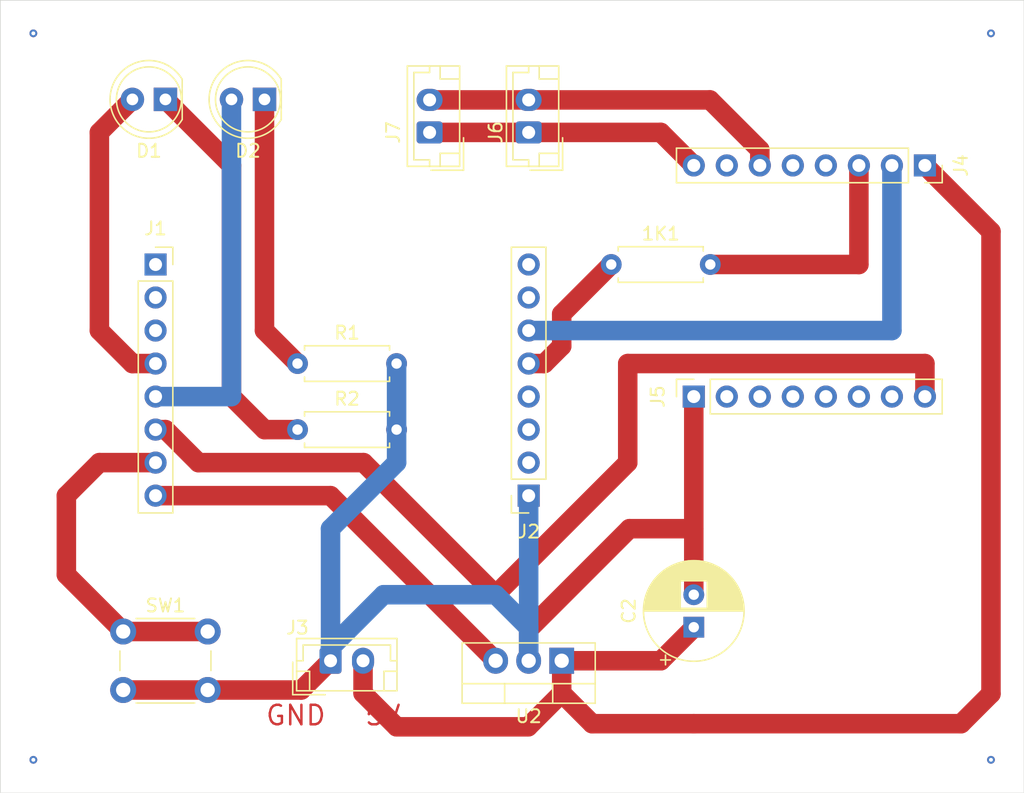
<source format=kicad_pcb>
(kicad_pcb (version 20240108) (generator "pcbnew") (generator_version "8.0")
  (layers (0 "F.Cu" signal) (31 "B.Cu" signal) (34 "B.Paste" user) (35 "F.Paste" user) (36 "B.SilkS" user "B.Silkscreen") (37 "F.SilkS" user "F.Silkscreen") (38 "B.Mask" user) (39 "F.Mask" user) (44 "Edge.Cuts" user))
  (net 0 "")
  (net 1 "RX")
  (net 2 "Net-(J2-Pin_5)")
  (net 3 "5V")
  (net 4 "GND")
  (net 5 "Net-(D1-K)")
  (net 6 "Net-(D1-A)")
  (net 7 "Net-(D2-K)")
  (net 8 "Net-(D2-A)")
  (net 9 "3.3V")
  (net 13 "RESET")
  (net 14 "BUSY")
  (net 18 "TX")
  (net 22 "Net-(J4-Pin_6)")
  (net 23 "Net-(J4-Pin_8)")
  (footprint "Connector_JST:JST_EH_B2B-EH-A_1x02_P2.50mm_Vertical" (layer "F.Cu") (at 147.32 81.28 90)
    (property "Reference" "J7" (at 0 -2.8 90) (layer "F.SilkS"))
    (property "Value" "Conn_01x02_Socket")
    (fp_line (start 5.11 -1.71) (end -2.61 -1.71) (stroke (width 0.12)) (layer "F.SilkS"))
    (fp_line (start -2.61 -1.71) (end -2.61 2.31) (stroke (width 0.12)) (layer "F.SilkS"))
    (fp_line (start 4.61 -1.21) (end 4.61 0) (stroke (width 0.12)) (layer "F.SilkS"))
    (fp_line (start -2.11 -1.21) (end 4.61 -1.21) (stroke (width 0.12)) (layer "F.SilkS"))
    (fp_line (start 4.61 0) (end 5.11 0) (stroke (width 0.12)) (layer "F.SilkS"))
    (fp_line (start -2.11 0) (end -2.11 -1.21) (stroke (width 0.12)) (layer "F.SilkS"))
    (fp_line (start -2.61 0) (end -2.11 0) (stroke (width 0.12)) (layer "F.SilkS"))
    (fp_line (start -2.91 0.11) (end -2.91 2.61) (stroke (width 0.12)) (layer "F.SilkS"))
    (fp_line (start 5.11 0.81) (end 4.11 0.81) (stroke (width 0.12)) (layer "F.SilkS"))
    (fp_line (start 4.11 0.81) (end 4.11 2.31) (stroke (width 0.12)) (layer "F.SilkS"))
    (fp_line (start -1.61 0.81) (end -1.61 2.31) (stroke (width 0.12)) (layer "F.SilkS"))
    (fp_line (start -2.61 0.81) (end -1.61 0.81) (stroke (width 0.12)) (layer "F.SilkS"))
    (fp_line (start 5.11 2.31) (end 5.11 -1.71) (stroke (width 0.12)) (layer "F.SilkS"))
    (fp_line (start -2.61 2.31) (end 5.11 2.31) (stroke (width 0.12)) (layer "F.SilkS"))
    (fp_line (start -2.91 2.61) (end -0.41 2.61) (stroke (width 0.12)) (layer "F.SilkS"))
    (pad "1" thru_hole roundrect (at 0 0 90) (size 1.7 2) (drill 1) (layers "*.Cu" "*.Mask") (roundrect_rratio 0.147059) (net 23 "Net-(J4-Pin_8)"))
    (pad "2" thru_hole oval (at 2.5 0 90) (size 1.7 2) (drill 1) (layers "*.Cu" "*.Mask") (net 22 "Net-(J4-Pin_6)"))
  )
  (footprint "Package_TO_SOT_THT:TO-220-3_Vertical" (layer "F.Cu") (at 157.48 121.92 180)
    (property "Reference" "U2" (at 2.54 -4.27 0) (layer "F.SilkS"))
    (property "Value" "LF15_TO220")
    (fp_line (start 7.66 -3.27) (end 7.66 1.371) (stroke (width 0.12)) (layer "F.SilkS"))
    (fp_line (start 4.391 -3.27) (end 4.391 -1.76) (stroke (width 0.12)) (layer "F.SilkS"))
    (fp_line (start 0.69 -3.27) (end 0.69 -1.76) (stroke (width 0.12)) (layer "F.SilkS"))
    (fp_line (start -2.58 1.371) (end 7.66 1.371) (stroke (width 0.12)) (layer "F.SilkS"))
    (fp_line (start -2.58 -1.76) (end 7.66 -1.76) (stroke (width 0.12)) (layer "F.SilkS"))
    (fp_line (start -2.58 -3.27) (end 7.66 -3.27) (stroke (width 0.12)) (layer "F.SilkS"))
    (fp_line (start -2.58 -3.27) (end -2.58 1.371) (stroke (width 0.12)) (layer "F.SilkS"))
    (pad "1" thru_hole rect (at 0 0 180) (size 1.905 2) (drill 1.1) (layers "*.Cu" "*.Mask") (net 3 "5V"))
    (pad "2" thru_hole oval (at 2.54 0 180) (size 1.905 2) (drill 1.1) (layers "*.Cu" "*.Mask") (net 4 "GND"))
    (pad "3" thru_hole oval (at 5.08 0 180) (size 1.905 2) (drill 1.1) (layers "*.Cu" "*.Mask") (net 9 "3.3V"))
  )
  (footprint "Connector_PinSocket_2.54mm:PinSocket_1x08_P2.54mm_Vertical" (layer "F.Cu") (at 167.64 101.6 90)
    (property "Reference" "J5" (at 0 -2.77 90) (layer "F.SilkS"))
    (property "Value" "player-right")
    (fp_line (start 1.33 -1.33) (end 1.33 0) (stroke (width 0.12)) (layer "F.SilkS"))
    (fp_line (start 0 -1.33) (end 1.33 -1.33) (stroke (width 0.12)) (layer "F.SilkS"))
    (fp_line (start 1.33 1.27) (end 1.33 19.11) (stroke (width 0.12)) (layer "F.SilkS"))
    (fp_line (start -1.33 1.27) (end 1.33 1.27) (stroke (width 0.12)) (layer "F.SilkS"))
    (fp_line (start -1.33 1.27) (end -1.33 19.11) (stroke (width 0.12)) (layer "F.SilkS"))
    (fp_line (start -1.33 19.11) (end 1.33 19.11) (stroke (width 0.12)) (layer "F.SilkS"))
    (pad "1" thru_hole rect (at 0 0 90) (size 1.7 1.7) (drill 1) (layers "*.Cu" "*.Mask") (net 4 "GND"))
    (pad "2" thru_hole oval (at 0 2.54 90) (size 1.7 1.7) (drill 1) (layers "*.Cu" "*.Mask"))
    (pad "3" thru_hole oval (at 0 5.08 90) (size 1.7 1.7) (drill 1) (layers "*.Cu" "*.Mask"))
    (pad "4" thru_hole oval (at 0 7.62 90) (size 1.7 1.7) (drill 1) (layers "*.Cu" "*.Mask"))
    (pad "5" thru_hole oval (at 0 10.16 90) (size 1.7 1.7) (drill 1) (layers "*.Cu" "*.Mask"))
    (pad "6" thru_hole oval (at 0 12.7 90) (size 1.7 1.7) (drill 1) (layers "*.Cu" "*.Mask"))
    (pad "7" thru_hole oval (at 0 15.24 90) (size 1.7 1.7) (drill 1) (layers "*.Cu" "*.Mask"))
    (pad "8" thru_hole oval (at 0 17.78 90) (size 1.7 1.7) (drill 1) (layers "*.Cu" "*.Mask") (net 14 "BUSY"))
  )
  (footprint "Capacitor_THT:CP_Radial_D7.5mm_P2.50mm" (layer "F.Cu") (at 167.64 119.34 90)
    (property "Reference" "C2" (at 1.25 -5 90) (layer "F.SilkS"))
    (property "Value" "C_Polarized_Small")
    (fp_line (start 1.33 -3.83) (end 1.33 3.83) (stroke (width 0.12)) (layer "F.SilkS"))
    (fp_line (start 1.29 -3.83) (end 1.29 3.83) (stroke (width 0.12)) (layer "F.SilkS"))
    (fp_line (start 1.25 -3.83) (end 1.25 3.83) (stroke (width 0.12)) (layer "F.SilkS"))
    (fp_line (start 1.37 -3.829) (end 1.37 3.829) (stroke (width 0.12)) (layer "F.SilkS"))
    (fp_line (start 1.41 -3.827) (end 1.41 3.827) (stroke (width 0.12)) (layer "F.SilkS"))
    (fp_line (start 1.45 -3.825) (end 1.45 3.825) (stroke (width 0.12)) (layer "F.SilkS"))
    (fp_line (start 1.49 -3.823) (end 1.49 -1.04) (stroke (width 0.12)) (layer "F.SilkS"))
    (fp_line (start 1.53 -3.82) (end 1.53 -1.04) (stroke (width 0.12)) (layer "F.SilkS"))
    (fp_line (start 1.57 -3.817) (end 1.57 -1.04) (stroke (width 0.12)) (layer "F.SilkS"))
    (fp_line (start 1.61 -3.814) (end 1.61 -1.04) (stroke (width 0.12)) (layer "F.SilkS"))
    (fp_line (start 1.65 -3.81) (end 1.65 -1.04) (stroke (width 0.12)) (layer "F.SilkS"))
    (fp_line (start 1.69 -3.805) (end 1.69 -1.04) (stroke (width 0.12)) (layer "F.SilkS"))
    (fp_line (start 1.73 -3.801) (end 1.73 -1.04) (stroke (width 0.12)) (layer "F.SilkS"))
    (fp_line (start 1.77 -3.795) (end 1.77 -1.04) (stroke (width 0.12)) (layer "F.SilkS"))
    (fp_line (start 1.81 -3.79) (end 1.81 -1.04) (stroke (width 0.12)) (layer "F.SilkS"))
    (fp_line (start 1.85 -3.784) (end 1.85 -1.04) (stroke (width 0.12)) (layer "F.SilkS"))
    (fp_line (start 1.89 -3.777) (end 1.89 -1.04) (stroke (width 0.12)) (layer "F.SilkS"))
    (fp_line (start 1.93 -3.77) (end 1.93 -1.04) (stroke (width 0.12)) (layer "F.SilkS"))
    (fp_line (start 1.971 -3.763) (end 1.971 -1.04) (stroke (width 0.12)) (layer "F.SilkS"))
    (fp_line (start 2.011 -3.755) (end 2.011 -1.04) (stroke (width 0.12)) (layer "F.SilkS"))
    (fp_line (start 2.051 -3.747) (end 2.051 -1.04) (stroke (width 0.12)) (layer "F.SilkS"))
    (fp_line (start 2.091 -3.738) (end 2.091 -1.04) (stroke (width 0.12)) (layer "F.SilkS"))
    (fp_line (start 2.131 -3.729) (end 2.131 -1.04) (stroke (width 0.12)) (layer "F.SilkS"))
    (fp_line (start 2.171 -3.72) (end 2.171 -1.04) (stroke (width 0.12)) (layer "F.SilkS"))
    (fp_line (start 2.211 -3.71) (end 2.211 -1.04) (stroke (width 0.12)) (layer "F.SilkS"))
    (fp_line (start 2.251 -3.699) (end 2.251 -1.04) (stroke (width 0.12)) (layer "F.SilkS"))
    (fp_line (start 2.291 -3.688) (end 2.291 -1.04) (stroke (width 0.12)) (layer "F.SilkS"))
    (fp_line (start 2.331 -3.677) (end 2.331 -1.04) (stroke (width 0.12)) (layer "F.SilkS"))
    (fp_line (start 2.371 -3.665) (end 2.371 -1.04) (stroke (width 0.12)) (layer "F.SilkS"))
    (fp_line (start 2.411 -3.653) (end 2.411 -1.04) (stroke (width 0.12)) (layer "F.SilkS"))
    (fp_line (start 2.451 -3.64) (end 2.451 -1.04) (stroke (width 0.12)) (layer "F.SilkS"))
    (fp_line (start 2.491 -3.626) (end 2.491 -1.04) (stroke (width 0.12)) (layer "F.SilkS"))
    (fp_line (start 2.531 -3.613) (end 2.531 -1.04) (stroke (width 0.12)) (layer "F.SilkS"))
    (fp_line (start 2.571 -3.598) (end 2.571 -1.04) (stroke (width 0.12)) (layer "F.SilkS"))
    (fp_line (start 2.611 -3.584) (end 2.611 -1.04) (stroke (width 0.12)) (layer "F.SilkS"))
    (fp_line (start 2.651 -3.568) (end 2.651 -1.04) (stroke (width 0.12)) (layer "F.SilkS"))
    (fp_line (start 2.691 -3.553) (end 2.691 -1.04) (stroke (width 0.12)) (layer "F.SilkS"))
    (fp_line (start 2.731 -3.536) (end 2.731 -1.04) (stroke (width 0.12)) (layer "F.SilkS"))
    (fp_line (start 2.771 -3.52) (end 2.771 -1.04) (stroke (width 0.12)) (layer "F.SilkS"))
    (fp_line (start 2.811 -3.502) (end 2.811 -1.04) (stroke (width 0.12)) (layer "F.SilkS"))
    (fp_line (start 2.851 -3.484) (end 2.851 -1.04) (stroke (width 0.12)) (layer "F.SilkS"))
    (fp_line (start 2.891 -3.466) (end 2.891 -1.04) (stroke (width 0.12)) (layer "F.SilkS"))
    (fp_line (start 2.931 -3.447) (end 2.931 -1.04) (stroke (width 0.12)) (layer "F.SilkS"))
    (fp_line (start 2.971 -3.427) (end 2.971 -1.04) (stroke (width 0.12)) (layer "F.SilkS"))
    (fp_line (start 3.011 -3.407) (end 3.011 -1.04) (stroke (width 0.12)) (layer "F.SilkS"))
    (fp_line (start 3.051 -3.386) (end 3.051 -1.04) (stroke (width 0.12)) (layer "F.SilkS"))
    (fp_line (start 3.091 -3.365) (end 3.091 -1.04) (stroke (width 0.12)) (layer "F.SilkS"))
    (fp_line (start 3.131 -3.343) (end 3.131 -1.04) (stroke (width 0.12)) (layer "F.SilkS"))
    (fp_line (start 3.171 -3.321) (end 3.171 -1.04) (stroke (width 0.12)) (layer "F.SilkS"))
    (fp_line (start 3.211 -3.297) (end 3.211 -1.04) (stroke (width 0.12)) (layer "F.SilkS"))
    (fp_line (start 3.251 -3.274) (end 3.251 -1.04) (stroke (width 0.12)) (layer "F.SilkS"))
    (fp_line (start 3.291 -3.249) (end 3.291 -1.04) (stroke (width 0.12)) (layer "F.SilkS"))
    (fp_line (start 3.331 -3.224) (end 3.331 -1.04) (stroke (width 0.12)) (layer "F.SilkS"))
    (fp_line (start 3.371 -3.198) (end 3.371 -1.04) (stroke (width 0.12)) (layer "F.SilkS"))
    (fp_line (start 3.411 -3.172) (end 3.411 -1.04) (stroke (width 0.12)) (layer "F.SilkS"))
    (fp_line (start 3.451 -3.144) (end 3.451 -1.04) (stroke (width 0.12)) (layer "F.SilkS"))
    (fp_line (start 3.491 -3.116) (end 3.491 -1.04) (stroke (width 0.12)) (layer "F.SilkS"))
    (fp_line (start 3.531 -3.088) (end 3.531 -1.04) (stroke (width 0.12)) (layer "F.SilkS"))
    (fp_line (start 3.571 -3.058) (end 3.571 3.058) (stroke (width 0.12)) (layer "F.SilkS"))
    (fp_line (start 3.611 -3.028) (end 3.611 3.028) (stroke (width 0.12)) (layer "F.SilkS"))
    (fp_line (start 3.651 -2.996) (end 3.651 2.996) (stroke (width 0.12)) (layer "F.SilkS"))
    (fp_line (start 3.691 -2.964) (end 3.691 2.964) (stroke (width 0.12)) (layer "F.SilkS"))
    (fp_line (start 3.731 -2.931) (end 3.731 2.931) (stroke (width 0.12)) (layer "F.SilkS"))
    (fp_line (start 3.771 -2.898) (end 3.771 2.898) (stroke (width 0.12)) (layer "F.SilkS"))
    (fp_line (start 3.811 -2.863) (end 3.811 2.863) (stroke (width 0.12)) (layer "F.SilkS"))
    (fp_line (start 3.851 -2.827) (end 3.851 2.827) (stroke (width 0.12)) (layer "F.SilkS"))
    (fp_line (start 3.891 -2.79) (end 3.891 2.79) (stroke (width 0.12)) (layer "F.SilkS"))
    (fp_line (start 3.931 -2.752) (end 3.931 2.752) (stroke (width 0.12)) (layer "F.SilkS"))
    (fp_line (start 3.971 -2.713) (end 3.971 2.713) (stroke (width 0.12)) (layer "F.SilkS"))
    (fp_line (start 4.011 -2.673) (end 4.011 2.673) (stroke (width 0.12)) (layer "F.SilkS"))
    (fp_line (start 4.051 -2.632) (end 4.051 2.632) (stroke (width 0.12)) (layer "F.SilkS"))
    (fp_line (start 4.091 -2.589) (end 4.091 2.589) (stroke (width 0.12)) (layer "F.SilkS"))
    (fp_line (start -2.517211 -2.55) (end -2.517211 -1.8) (stroke (width 0.12)) (layer "F.SilkS"))
    (fp_line (start 4.131 -2.546) (end 4.131 2.546) (stroke (width 0.12)) (layer "F.SilkS"))
    (fp_line (start 4.171 -2.5) (end 4.171 2.5) (stroke (width 0.12)) (layer "F.SilkS"))
    (fp_line (start 4.211 -2.454) (end 4.211 2.454) (stroke (width 0.12)) (layer "F.SilkS"))
    (fp_line (start 4.251 -2.405) (end 4.251 2.405) (stroke (width 0.12)) (layer "F.SilkS"))
    (fp_line (start 4.291 -2.355) (end 4.291 2.355) (stroke (width 0.12)) (layer "F.SilkS"))
    (fp_line (start 4.331 -2.304) (end 4.331 2.304) (stroke (width 0.12)) (layer "F.SilkS"))
    (fp_line (start 4.371 -2.25) (end 4.371 2.25) (stroke (width 0.12)) (layer "F.SilkS"))
    (fp_line (start 4.411 -2.195) (end 4.411 2.195) (stroke (width 0.12)) (layer "F.SilkS"))
    (fp_line (start -2.892211 -2.175) (end -2.142211 -2.175) (stroke (width 0.12)) (layer "F.SilkS"))
    (fp_line (start 4.451 -2.137) (end 4.451 2.137) (stroke (width 0.12)) (layer "F.SilkS"))
    (fp_line (start 4.491 -2.077) (end 4.491 2.077) (stroke (width 0.12)) (layer "F.SilkS"))
    (fp_line (start 4.531 -2.014) (end 4.531 2.014) (stroke (width 0.12)) (layer "F.SilkS"))
    (fp_line (start 4.571 -1.949) (end 4.571 1.949) (stroke (width 0.12)) (layer "F.SilkS"))
    (fp_line (start 4.611 -1.881) (end 4.611 1.881) (stroke (width 0.12)) (layer "F.SilkS"))
    (fp_line (start 4.651 -1.809) (end 4.651 1.809) (stroke (width 0.12)) (layer "F.SilkS"))
    (fp_line (start 4.691 -1.733) (end 4.691 1.733) (stroke (width 0.12)) (layer "F.SilkS"))
    (fp_line (start 4.731 -1.654) (end 4.731 1.654) (stroke (width 0.12)) (layer "F.SilkS"))
    (fp_line (start 4.771 -1.569) (end 4.771 1.569) (stroke (width 0.12)) (layer "F.SilkS"))
    (fp_line (start 4.811 -1.478) (end 4.811 1.478) (stroke (width 0.12)) (layer "F.SilkS"))
    (fp_line (start 4.851 -1.381) (end 4.851 1.381) (stroke (width 0.12)) (layer "F.SilkS"))
    (fp_line (start 4.891 -1.275) (end 4.891 1.275) (stroke (width 0.12)) (layer "F.SilkS"))
    (fp_line (start 4.931 -1.158) (end 4.931 1.158) (stroke (width 0.12)) (layer "F.SilkS"))
    (fp_line (start 4.971 -1.028) (end 4.971 1.028) (stroke (width 0.12)) (layer "F.SilkS"))
    (fp_line (start 5.011 -0.877) (end 5.011 0.877) (stroke (width 0.12)) (layer "F.SilkS"))
    (fp_line (start 5.051 -0.693) (end 5.051 0.693) (stroke (width 0.12)) (layer "F.SilkS"))
    (fp_line (start 5.091 -0.441) (end 5.091 0.441) (stroke (width 0.12)) (layer "F.SilkS"))
    (fp_line (start 3.531 1.04) (end 3.531 3.088) (stroke (width 0.12)) (layer "F.SilkS"))
    (fp_line (start 3.491 1.04) (end 3.491 3.116) (stroke (width 0.12)) (layer "F.SilkS"))
    (fp_line (start 3.451 1.04) (end 3.451 3.144) (stroke (width 0.12)) (layer "F.SilkS"))
    (fp_line (start 3.411 1.04) (end 3.411 3.172) (stroke (width 0.12)) (layer "F.SilkS"))
    (fp_line (start 3.371 1.04) (end 3.371 3.198) (stroke (width 0.12)) (layer "F.SilkS"))
    (fp_line (start 3.331 1.04) (end 3.331 3.224) (stroke (width 0.12)) (layer "F.SilkS"))
    (fp_line (start 3.291 1.04) (end 3.291 3.249) (stroke (width 0.12)) (layer "F.SilkS"))
    (fp_line (start 3.251 1.04) (end 3.251 3.274) (stroke (width 0.12)) (layer "F.SilkS"))
    (fp_line (start 3.211 1.04) (end 3.211 3.297) (stroke (width 0.12)) (layer "F.SilkS"))
    (fp_line (start 3.171 1.04) (end 3.171 3.321) (stroke (width 0.12)) (layer "F.SilkS"))
    (fp_line (start 3.131 1.04) (end 3.131 3.343) (stroke (width 0.12)) (layer "F.SilkS"))
    (fp_line (start 3.091 1.04) (end 3.091 3.365) (stroke (width 0.12)) (layer "F.SilkS"))
    (fp_line (start 3.051 1.04) (end 3.051 3.386) (stroke (width 0.12)) (layer "F.SilkS"))
    (fp_line (start 3.011 1.04) (end 3.011 3.407) (stroke (width 0.12)) (layer "F.SilkS"))
    (fp_line (start 2.971 1.04) (end 2.971 3.427) (stroke (width 0.12)) (layer "F.SilkS"))
    (fp_line (start 2.931 1.04) (end 2.931 3.447) (stroke (width 0.12)) (layer "F.SilkS"))
    (fp_line (start 2.891 1.04) (end 2.891 3.466) (stroke (width 0.12)) (layer "F.SilkS"))
    (fp_line (start 2.851 1.04) (end 2.851 3.484) (stroke (width 0.12)) (layer "F.SilkS"))
    (fp_line (start 2.811 1.04) (end 2.811 3.502) (stroke (width 0.12)) (layer "F.SilkS"))
    (fp_line (start 2.771 1.04) (end 2.771 3.52) (stroke (width 0.12)) (layer "F.SilkS"))
    (fp_line (start 2.731 1.04) (end 2.731 3.536) (stroke (width 0.12)) (layer "F.SilkS"))
    (fp_line (start 2.691 1.04) (end 2.691 3.553) (stroke (width 0.12)) (layer "F.SilkS"))
    (fp_line (start 2.651 1.04) (end 2.651 3.568) (stroke (width 0.12)) (layer "F.SilkS"))
    (fp_line (start 2.611 1.04) (end 2.611 3.584) (stroke (width 0.12)) (layer "F.SilkS"))
    (fp_line (start 2.571 1.04) (end 2.571 3.598) (stroke (width 0.12)) (layer "F.SilkS"))
    (fp_line (start 2.531 1.04) (end 2.531 3.613) (stroke (width 0.12)) (layer "F.SilkS"))
    (fp_line (start 2.491 1.04) (end 2.491 3.626) (stroke (width 0.12)) (layer "F.SilkS"))
    (fp_line (start 2.451 1.04) (end 2.451 3.64) (stroke (width 0.12)) (layer "F.SilkS"))
    (fp_line (start 2.411 1.04) (end 2.411 3.653) (stroke (width 0.12)) (layer "F.SilkS"))
    (fp_line (start 2.371 1.04) (end 2.371 3.665) (stroke (width 0.12)) (layer "F.SilkS"))
    (fp_line (start 2.331 1.04) (end 2.331 3.677) (stroke (width 0.12)) (layer "F.SilkS"))
    (fp_line (start 2.291 1.04) (end 2.291 3.688) (stroke (width 0.12)) (layer "F.SilkS"))
    (fp_line (start 2.251 1.04) (end 2.251 3.699) (stroke (width 0.12)) (layer "F.SilkS"))
    (fp_line (start 2.211 1.04) (end 2.211 3.71) (stroke (width 0.12)) (layer "F.SilkS"))
    (fp_line (start 2.171 1.04) (end 2.171 3.72) (stroke (width 0.12)) (layer "F.SilkS"))
    (fp_line (start 2.131 1.04) (end 2.131 3.729) (stroke (width 0.12)) (layer "F.SilkS"))
    (fp_line (start 2.091 1.04) (end 2.091 3.738) (stroke (width 0.12)) (layer "F.SilkS"))
    (fp_line (start 2.051 1.04) (end 2.051 3.747) (stroke (width 0.12)) (layer "F.SilkS"))
    (fp_line (start 2.011 1.04) (end 2.011 3.755) (stroke (width 0.12)) (layer "F.SilkS"))
    (fp_line (start 1.971 1.04) (end 1.971 3.763) (stroke (width 0.12)) (layer "F.SilkS"))
    (fp_line (start 1.93 1.04) (end 1.93 3.77) (stroke (width 0.12)) (layer "F.SilkS"))
    (fp_line (start 1.89 1.04) (end 1.89 3.777) (stroke (width 0.12)) (layer "F.SilkS"))
    (fp_line (start 1.85 1.04) (end 1.85 3.784) (stroke (width 0.12)) (layer "F.SilkS"))
    (fp_line (start 1.81 1.04) (end 1.81 3.79) (stroke (width 0.12)) (layer "F.SilkS"))
    (fp_line (start 1.77 1.04) (end 1.77 3.795) (stroke (width 0.12)) (layer "F.SilkS"))
    (fp_line (start 1.73 1.04) (end 1.73 3.801) (stroke (width 0.12)) (layer "F.SilkS"))
    (fp_line (start 1.69 1.04) (end 1.69 3.805) (stroke (width 0.12)) (layer "F.SilkS"))
    (fp_line (start 1.65 1.04) (end 1.65 3.81) (stroke (width 0.12)) (layer "F.SilkS"))
    (fp_line (start 1.61 1.04) (end 1.61 3.814) (stroke (width 0.12)) (layer "F.SilkS"))
    (fp_line (start 1.57 1.04) (end 1.57 3.817) (stroke (width 0.12)) (layer "F.SilkS"))
    (fp_line (start 1.53 1.04) (end 1.53 3.82) (stroke (width 0.12)) (layer "F.SilkS"))
    (fp_line (start 1.49 1.04) (end 1.49 3.823) (stroke (width 0.12)) (layer "F.SilkS"))
    (fp_circle (center 1.25 0) (end 5.12 0) (stroke (width 0.12)) (fill none) (layer "F.SilkS"))
    (pad "1" thru_hole rect (at 0 0 90) (size 1.6 1.6) (drill 0.8) (layers "*.Cu" "*.Mask") (net 3 "5V"))
    (pad "2" thru_hole circle (at 2.5 0 90) (size 1.6 1.6) (drill 0.8) (layers "*.Cu" "*.Mask") (net 4 "GND"))
  )
  (footprint "Resistor_THT:R_Axial_DIN0207_L6.3mm_D2.5mm_P7.62mm_Horizontal" (layer "F.Cu") (at 137.16 99.06)
    (property "Reference" "R1" (at 3.81 -2.37 0) (layer "F.SilkS"))
    (property "Value" "R" (hide yes))
    (fp_line (start 0.54 -1.37) (end 7.08 -1.37) (stroke (width 0.12)) (layer "F.SilkS"))
    (fp_line (start 0.54 -1.04) (end 0.54 -1.37) (stroke (width 0.12)) (layer "F.SilkS"))
    (fp_line (start 0.54 1.04) (end 0.54 1.37) (stroke (width 0.12)) (layer "F.SilkS"))
    (fp_line (start 0.54 1.37) (end 7.08 1.37) (stroke (width 0.12)) (layer "F.SilkS"))
    (fp_line (start 7.08 -1.37) (end 7.08 -1.04) (stroke (width 0.12)) (layer "F.SilkS"))
    (fp_line (start 7.08 1.37) (end 7.08 1.04) (stroke (width 0.12)) (layer "F.SilkS"))
    (pad "1" thru_hole circle (at 0 0) (size 1.6 1.6) (drill 0.8) (layers "*.Cu" "*.Mask") (net 7 "Net-(D2-K)"))
    (pad "2" thru_hole oval (at 7.62 0) (size 1.6 1.6) (drill 0.8) (layers "*.Cu" "*.Mask") (net 4 "GND"))
  )
  (footprint "Connector_PinSocket_2.54mm:PinSocket_1x08_P2.54mm_Vertical" (layer "F.Cu") (at 185.42 83.82 -90)
    (property "Reference" "J4" (at 0 -2.77 90) (layer "F.SilkS"))
    (property "Value" "player-left")
    (fp_line (start -1.33 19.11) (end 1.33 19.11) (stroke (width 0.12)) (layer "F.SilkS"))
    (fp_line (start -1.33 1.27) (end -1.33 19.11) (stroke (width 0.12)) (layer "F.SilkS"))
    (fp_line (start -1.33 1.27) (end 1.33 1.27) (stroke (width 0.12)) (layer "F.SilkS"))
    (fp_line (start 1.33 1.27) (end 1.33 19.11) (stroke (width 0.12)) (layer "F.SilkS"))
    (fp_line (start 0 -1.33) (end 1.33 -1.33) (stroke (width 0.12)) (layer "F.SilkS"))
    (fp_line (start 1.33 -1.33) (end 1.33 0) (stroke (width 0.12)) (layer "F.SilkS"))
    (pad "1" thru_hole rect (at 0 0 270) (size 1.7 1.7) (drill 1) (layers "*.Cu" "*.Mask") (net 3 "5V"))
    (pad "2" thru_hole oval (at 0 2.54 270) (size 1.7 1.7) (drill 1) (layers "*.Cu" "*.Mask") (net 18 "TX"))
    (pad "3" thru_hole oval (at 0 5.08 270) (size 1.7 1.7) (drill 1) (layers "*.Cu" "*.Mask") (net 1 "RX"))
    (pad "4" thru_hole oval (at 0 7.62 270) (size 1.7 1.7) (drill 1) (layers "*.Cu" "*.Mask"))
    (pad "5" thru_hole oval (at 0 10.16 270) (size 1.7 1.7) (drill 1) (layers "*.Cu" "*.Mask"))
    (pad "6" thru_hole oval (at 0 12.7 270) (size 1.7 1.7) (drill 1) (layers "*.Cu" "*.Mask") (net 22 "Net-(J4-Pin_6)"))
    (pad "7" thru_hole oval (at 0 15.24 270) (size 1.7 1.7) (drill 1) (layers "*.Cu" "*.Mask"))
    (pad "8" thru_hole oval (at 0 17.78 270) (size 1.7 1.7) (drill 1) (layers "*.Cu" "*.Mask") (net 23 "Net-(J4-Pin_8)"))
  )
  (footprint "Resistor_THT:R_Axial_DIN0207_L6.3mm_D2.5mm_P7.62mm_Horizontal" (layer "F.Cu") (at 161.29 91.44)
    (property "Reference" "1K1" (at 3.81 -2.37 360) (layer "F.SilkS"))
    (property "Value" "R")
    (fp_line (start 0.54 -1.37) (end 7.08 -1.37) (stroke (width 0.12)) (layer "F.SilkS"))
    (fp_line (start 0.54 -1.04) (end 0.54 -1.37) (stroke (width 0.12)) (layer "F.SilkS"))
    (fp_line (start 0.54 1.04) (end 0.54 1.37) (stroke (width 0.12)) (layer "F.SilkS"))
    (fp_line (start 0.54 1.37) (end 7.08 1.37) (stroke (width 0.12)) (layer "F.SilkS"))
    (fp_line (start 7.08 -1.37) (end 7.08 -1.04) (stroke (width 0.12)) (layer "F.SilkS"))
    (fp_line (start 7.08 1.37) (end 7.08 1.04) (stroke (width 0.12)) (layer "F.SilkS"))
    (pad "1" thru_hole circle (at 0 0) (size 1.6 1.6) (drill 0.8) (layers "*.Cu" "*.Mask") (net 2 "Net-(J2-Pin_5)"))
    (pad "2" thru_hole oval (at 7.62 0) (size 1.6 1.6) (drill 0.8) (layers "*.Cu" "*.Mask") (net 1 "RX"))
  )
  (footprint "LED_THT:LED_D5.0mm" (layer "F.Cu") (at 127 78.74 180)
    (property "Reference" "D1" (at 1.27 -3.96 0) (layer "F.SilkS"))
    (property "Value" "LED")
    (fp_line (start -1.29 -1.545) (end -1.29 1.545) (stroke (width 0.12)) (layer "F.SilkS"))
    (fp_arc (start 4.26 0.000048) (mid 2.071756 2.880501) (end -1.29 1.54483) (stroke (width 0.12)) (layer "F.SilkS"))
    (fp_arc (start -1.29 -1.54483) (mid 2.071756 -2.880501) (end 4.26 -0.000048) (stroke (width 0.12)) (layer "F.SilkS"))
    (fp_circle (center 1.27 0) (end 3.77 0) (stroke (width 0.12)) (fill none) (layer "F.SilkS"))
    (pad "1" thru_hole rect (at 0 0 180) (size 1.8 1.8) (drill 0.9) (layers "*.Cu" "*.Mask") (net 5 "Net-(D1-K)"))
    (pad "2" thru_hole circle (at 2.54 0 180) (size 1.8 1.8) (drill 0.9) (layers "*.Cu" "*.Mask") (net 6 "Net-(D1-A)"))
  )
  (footprint "Connector_JST:JST_EH_B2B-EH-A_1x02_P2.50mm_Vertical" (layer "F.Cu") (at 154.94 81.28 90)
    (property "Reference" "J6" (at 0 -2.54 90) (layer "F.SilkS"))
    (property "Value" "Conn_01x02_Socket")
    (fp_line (start 5.11 -1.71) (end -2.61 -1.71) (stroke (width 0.12)) (layer "F.SilkS"))
    (fp_line (start -2.61 -1.71) (end -2.61 2.31) (stroke (width 0.12)) (layer "F.SilkS"))
    (fp_line (start 4.61 -1.21) (end 4.61 0) (stroke (width 0.12)) (layer "F.SilkS"))
    (fp_line (start -2.11 -1.21) (end 4.61 -1.21) (stroke (width 0.12)) (layer "F.SilkS"))
    (fp_line (start 4.61 0) (end 5.11 0) (stroke (width 0.12)) (layer "F.SilkS"))
    (fp_line (start -2.11 0) (end -2.11 -1.21) (stroke (width 0.12)) (layer "F.SilkS"))
    (fp_line (start -2.61 0) (end -2.11 0) (stroke (width 0.12)) (layer "F.SilkS"))
    (fp_line (start -2.91 0.11) (end -2.91 2.61) (stroke (width 0.12)) (layer "F.SilkS"))
    (fp_line (start 5.11 0.81) (end 4.11 0.81) (stroke (width 0.12)) (layer "F.SilkS"))
    (fp_line (start 4.11 0.81) (end 4.11 2.31) (stroke (width 0.12)) (layer "F.SilkS"))
    (fp_line (start -1.61 0.81) (end -1.61 2.31) (stroke (width 0.12)) (layer "F.SilkS"))
    (fp_line (start -2.61 0.81) (end -1.61 0.81) (stroke (width 0.12)) (layer "F.SilkS"))
    (fp_line (start 5.11 2.31) (end 5.11 -1.71) (stroke (width 0.12)) (layer "F.SilkS"))
    (fp_line (start -2.61 2.31) (end 5.11 2.31) (stroke (width 0.12)) (layer "F.SilkS"))
    (fp_line (start -2.91 2.61) (end -0.41 2.61) (stroke (width 0.12)) (layer "F.SilkS"))
    (pad "1" thru_hole roundrect (at 0 0 90) (size 1.7 2) (drill 1) (layers "*.Cu" "*.Mask") (roundrect_rratio 0.147059) (net 23 "Net-(J4-Pin_8)"))
    (pad "2" thru_hole oval (at 2.5 0 90) (size 1.7 2) (drill 1) (layers "*.Cu" "*.Mask") (net 22 "Net-(J4-Pin_6)"))
  )
  (footprint "Connector_PinSocket_2.54mm:PinSocket_1x08_P2.54mm_Vertical" (layer "F.Cu") (at 126.24 91.44)
    (property "Reference" "J1" (at 0 -2.77 0) (layer "F.SilkS"))
    (property "Value" "ESP8266-left")
    (fp_line (start -1.33 1.27) (end -1.33 19.11) (stroke (width 0.12)) (layer "F.SilkS"))
    (fp_line (start -1.33 1.27) (end 1.33 1.27) (stroke (width 0.12)) (layer "F.SilkS"))
    (fp_line (start -1.33 19.11) (end 1.33 19.11) (stroke (width 0.12)) (layer "F.SilkS"))
    (fp_line (start 0 -1.33) (end 1.33 -1.33) (stroke (width 0.12)) (layer "F.SilkS"))
    (fp_line (start 1.33 -1.33) (end 1.33 0) (stroke (width 0.12)) (layer "F.SilkS"))
    (fp_line (start 1.33 1.27) (end 1.33 19.11) (stroke (width 0.12)) (layer "F.SilkS"))
    (pad "1" thru_hole rect (at 0 0) (size 1.7 1.7) (drill 1) (layers "*.Cu" "*.Mask"))
    (pad "2" thru_hole oval (at 0 2.54) (size 1.7 1.7) (drill 1) (layers "*.Cu" "*.Mask"))
    (pad "3" thru_hole oval (at 0 5.08) (size 1.7 1.7) (drill 1) (layers "*.Cu" "*.Mask"))
    (pad "4" thru_hole oval (at 0 7.62) (size 1.7 1.7) (drill 1) (layers "*.Cu" "*.Mask") (net 6 "Net-(D1-A)"))
    (pad "5" thru_hole oval (at 0 10.16) (size 1.7 1.7) (drill 1) (layers "*.Cu" "*.Mask") (net 8 "Net-(D2-A)"))
    (pad "6" thru_hole oval (at 0 12.7) (size 1.7 1.7) (drill 1) (layers "*.Cu" "*.Mask") (net 14 "BUSY"))
    (pad "7" thru_hole oval (at 0 15.24) (size 1.7 1.7) (drill 1) (layers "*.Cu" "*.Mask") (net 13 "RESET"))
    (pad "8" thru_hole oval (at 0 17.78) (size 1.7 1.7) (drill 1) (layers "*.Cu" "*.Mask") (net 9 "3.3V"))
  )
  (footprint "Resistor_THT:R_Axial_DIN0207_L6.3mm_D2.5mm_P7.62mm_Horizontal" (layer "F.Cu") (at 137.16 104.14)
    (property "Reference" "R2" (at 3.81 -2.37 0) (layer "F.SilkS"))
    (property "Value" "R" (hide yes))
    (fp_line (start 0.54 -1.37) (end 7.08 -1.37) (stroke (width 0.12)) (layer "F.SilkS"))
    (fp_line (start 0.54 -1.04) (end 0.54 -1.37) (stroke (width 0.12)) (layer "F.SilkS"))
    (fp_line (start 0.54 1.04) (end 0.54 1.37) (stroke (width 0.12)) (layer "F.SilkS"))
    (fp_line (start 0.54 1.37) (end 7.08 1.37) (stroke (width 0.12)) (layer "F.SilkS"))
    (fp_line (start 7.08 -1.37) (end 7.08 -1.04) (stroke (width 0.12)) (layer "F.SilkS"))
    (fp_line (start 7.08 1.37) (end 7.08 1.04) (stroke (width 0.12)) (layer "F.SilkS"))
    (pad "1" thru_hole circle (at 0 0) (size 1.6 1.6) (drill 0.8) (layers "*.Cu" "*.Mask") (net 5 "Net-(D1-K)"))
    (pad "2" thru_hole oval (at 7.62 0) (size 1.6 1.6) (drill 0.8) (layers "*.Cu" "*.Mask") (net 4 "GND"))
  )
  (footprint "LED_THT:LED_D5.0mm" (layer "F.Cu") (at 134.62 78.74 180)
    (property "Reference" "D2" (at 1.27 -3.96 0) (layer "F.SilkS"))
    (property "Value" "LED")
    (fp_line (start -1.29 -1.545) (end -1.29 1.545) (stroke (width 0.12)) (layer "F.SilkS"))
    (fp_arc (start 4.26 0.000048) (mid 2.071756 2.880501) (end -1.29 1.54483) (stroke (width 0.12)) (layer "F.SilkS"))
    (fp_arc (start -1.29 -1.54483) (mid 2.071756 -2.880501) (end 4.26 -0.000048) (stroke (width 0.12)) (layer "F.SilkS"))
    (fp_circle (center 1.27 0) (end 3.77 0) (stroke (width 0.12)) (fill none) (layer "F.SilkS"))
    (pad "1" thru_hole rect (at 0 0 180) (size 1.8 1.8) (drill 0.9) (layers "*.Cu" "*.Mask") (net 7 "Net-(D2-K)"))
    (pad "2" thru_hole circle (at 2.54 0 180) (size 1.8 1.8) (drill 0.9) (layers "*.Cu" "*.Mask") (net 8 "Net-(D2-A)"))
  )
  (footprint "Connector_PinSocket_2.54mm:PinSocket_1x08_P2.54mm_Vertical" (layer "F.Cu") (at 154.94 109.22 180)
    (property "Reference" "J2" (at 0 -2.77 360) (layer "F.SilkS"))
    (property "Value" "ESP8266-right")
    (fp_line (start 1.33 1.27) (end 1.33 19.11) (stroke (width 0.12)) (layer "F.SilkS"))
    (fp_line (start 1.33 -1.33) (end 1.33 0) (stroke (width 0.12)) (layer "F.SilkS"))
    (fp_line (start 0 -1.33) (end 1.33 -1.33) (stroke (width 0.12)) (layer "F.SilkS"))
    (fp_line (start -1.33 19.11) (end 1.33 19.11) (stroke (width 0.12)) (layer "F.SilkS"))
    (fp_line (start -1.33 1.27) (end 1.33 1.27) (stroke (width 0.12)) (layer "F.SilkS"))
    (fp_line (start -1.33 1.27) (end -1.33 19.11) (stroke (width 0.12)) (layer "F.SilkS"))
    (pad "1" thru_hole rect (at 0 0 180) (size 1.7 1.7) (drill 1) (layers "*.Cu" "*.Mask") (net 4 "GND"))
    (pad "2" thru_hole oval (at 0 2.54 180) (size 1.7 1.7) (drill 1) (layers "*.Cu" "*.Mask"))
    (pad "3" thru_hole oval (at 0 5.08 180) (size 1.7 1.7) (drill 1) (layers "*.Cu" "*.Mask"))
    (pad "4" thru_hole oval (at 0 7.62 180) (size 1.7 1.7) (drill 1) (layers "*.Cu" "*.Mask"))
    (pad "5" thru_hole oval (at 0 10.16 180) (size 1.7 1.7) (drill 1) (layers "*.Cu" "*.Mask") (net 2 "Net-(J2-Pin_5)"))
    (pad "6" thru_hole oval (at 0 12.7 180) (size 1.7 1.7) (drill 1) (layers "*.Cu" "*.Mask") (net 18 "TX"))
    (pad "7" thru_hole oval (at 0 15.24 180) (size 1.7 1.7) (drill 1) (layers "*.Cu" "*.Mask"))
    (pad "8" thru_hole oval (at 0 17.78 180) (size 1.7 1.7) (drill 1) (layers "*.Cu" "*.Mask"))
  )
  (footprint "Connector_JST:JST_EH_B2B-EH-A_1x02_P2.50mm_Vertical" (layer "F.Cu") (at 139.7 121.92)
    (property "Reference" "J3" (at -2.54 -2.54 0) (layer "F.SilkS"))
    (property "Value" "AC 220")
    (fp_line (start -2.91 0.11) (end -2.91 2.61) (stroke (width 0.12)) (layer "F.SilkS"))
    (fp_line (start -2.91 2.61) (end -0.41 2.61) (stroke (width 0.12)) (layer "F.SilkS"))
    (fp_line (start -2.61 -1.71) (end -2.61 2.31) (stroke (width 0.12)) (layer "F.SilkS"))
    (fp_line (start -2.61 0) (end -2.11 0) (stroke (width 0.12)) (layer "F.SilkS"))
    (fp_line (start -2.61 0.81) (end -1.61 0.81) (stroke (width 0.12)) (layer "F.SilkS"))
    (fp_line (start -2.61 2.31) (end 5.11 2.31) (stroke (width 0.12)) (layer "F.SilkS"))
    (fp_line (start -2.11 -1.21) (end 4.61 -1.21) (stroke (width 0.12)) (layer "F.SilkS"))
    (fp_line (start -2.11 0) (end -2.11 -1.21) (stroke (width 0.12)) (layer "F.SilkS"))
    (fp_line (start -1.61 0.81) (end -1.61 2.31) (stroke (width 0.12)) (layer "F.SilkS"))
    (fp_line (start 4.11 0.81) (end 4.11 2.31) (stroke (width 0.12)) (layer "F.SilkS"))
    (fp_line (start 4.61 -1.21) (end 4.61 0) (stroke (width 0.12)) (layer "F.SilkS"))
    (fp_line (start 4.61 0) (end 5.11 0) (stroke (width 0.12)) (layer "F.SilkS"))
    (fp_line (start 5.11 -1.71) (end -2.61 -1.71) (stroke (width 0.12)) (layer "F.SilkS"))
    (fp_line (start 5.11 0.81) (end 4.11 0.81) (stroke (width 0.12)) (layer "F.SilkS"))
    (fp_line (start 5.11 2.31) (end 5.11 -1.71) (stroke (width 0.12)) (layer "F.SilkS"))
    (pad "1" thru_hole roundrect (at 0 0) (size 1.7 2) (drill 1) (layers "*.Cu" "*.Mask") (roundrect_rratio 0.147059) (net 4 "GND"))
    (pad "2" thru_hole oval (at 2.5 0) (size 1.7 2) (drill 1) (layers "*.Cu" "*.Mask") (net 3 "5V"))
  )
  (footprint "Button_Switch_THT:SW_PUSH_6mm" (layer "F.Cu") (at 123.75 119.67)
    (property "Reference" "SW1" (at 3.25 -2 0) (layer "F.SilkS"))
    (property "Value" "SW_Push")
    (fp_line (start -0.25 1.5) (end -0.25 3) (stroke (width 0.12)) (layer "F.SilkS"))
    (fp_line (start 1 5.5) (end 5.5 5.5) (stroke (width 0.12)) (layer "F.SilkS"))
    (fp_line (start 5.5 -1) (end 1 -1) (stroke (width 0.12)) (layer "F.SilkS"))
    (fp_line (start 6.75 3) (end 6.75 1.5) (stroke (width 0.12)) (layer "F.SilkS"))
    (pad "1" thru_hole circle (at 0 0 90) (size 2 2) (drill 1.1) (layers "*.Cu" "*.Mask") (net 13 "RESET"))
    (pad "1" thru_hole circle (at 6.5 0 90) (size 2 2) (drill 1.1) (layers "*.Cu" "*.Mask") (net 13 "RESET"))
    (pad "2" thru_hole circle (at 0 4.5 90) (size 2 2) (drill 1.1) (layers "*.Cu" "*.Mask") (net 4 "GND"))
    (pad "2" thru_hole circle (at 6.5 4.5 90) (size 2 2) (drill 1.1) (layers "*.Cu" "*.Mask") (net 4 "GND"))
  )
  (gr_rect (start 114.3 71.12) (end 193.04 132.08) (stroke (width 0.05)) (fill none) (layer "Edge.Cuts"))
  (gr_text "GND	" (at 134.62 127 0) (layer "F.Cu") (effects (font (size 1.5 1.5) (thickness 0.1875)) (justify left bottom)))
  (gr_text "5V" (at 142.24 127 0) (layer "F.Cu") (effects (font (size 1.5 1.5) (thickness 0.1875)) (justify left bottom)))
  (via (at 190.5 73.66) (size 0.6) (drill 0.3) (layers "F.Cu" "B.Cu") (net 0))
  (via (at 190.5 129.54) (size 0.6) (drill 0.3) (layers "F.Cu" "B.Cu") (net 0))
  (via (at 116.84 73.66) (size 0.6) (drill 0.3) (layers "F.Cu" "B.Cu") (net 0))
  (via (at 116.84 129.54) (size 0.6) (drill 0.3) (layers "F.Cu" "B.Cu") (net 0))
  (segment (start 168.91 91.44) (end 180.34 91.44) (width 1.5) (layer "F.Cu") (net 1))
  (segment (start 180.34 91.44) (end 180.34 83.82) (width 1.5) (layer "F.Cu") (net 1))
  (segment (start 154.94 99.06) (end 156.142081 99.06) (width 1.5) (layer "F.Cu") (net 2))
  (segment (start 156.142081 99.06) (end 157.48 97.722081) (width 1.5) (layer "F.Cu") (net 2))
  (segment (start 157.48 95.25) (end 161.29 91.44) (width 1.5) (layer "F.Cu") (net 2))
  (segment (start 157.48 97.722081) (end 157.48 95.25) (width 1.5) (layer "F.Cu") (net 2))
  (segment (start 190.5 88.9) (end 185.42 83.82) (width 1.5) (layer "F.Cu") (net 3))
  (segment (start 142.2 121.92) (end 142.2 124.42) (width 1.5) (layer "F.Cu") (net 3))
  (segment (start 159.82 126.76) (end 157.48 124.42) (width 1.5) (layer "F.Cu") (net 3))
  (segment (start 188.2 126.76) (end 190.5 124.46) (width 1.5) (layer "F.Cu") (net 3))
  (segment (start 167.64 119.34) (end 167.64 119.38) (width 1.5) (layer "F.Cu") (net 3))
  (segment (start 167.64 119.38) (end 165.1 121.92) (width 1.5) (layer "F.Cu") (net 3))
  (segment (start 190.5 124.46) (end 190.5 88.9) (width 1.5) (layer "F.Cu") (net 3))
  (segment (start 157.48 121.92) (end 157.48 124.42) (width 1.5) (layer "F.Cu") (net 3))
  (segment (start 165.1 121.92) (end 157.48 121.92) (width 1.5) (layer "F.Cu") (net 3))
  (segment (start 144.78 127) (end 154.9 127) (width 1.5) (layer "F.Cu") (net 3))
  (segment (start 167.64 126.76) (end 188.2 126.76) (width 1.5) (layer "F.Cu") (net 3))
  (segment (start 154.9 127) (end 157.48 124.42) (width 1.5) (layer "F.Cu") (net 3))
  (segment (start 167.64 126.76) (end 159.82 126.76) (width 1.5) (layer "F.Cu") (net 3))
  (segment (start 142.2 124.42) (end 144.78 127) (width 1.5) (layer "F.Cu") (net 3))
  (segment (start 162.695 111.76) (end 167.64 111.76) (width 1.5) (layer "F.Cu") (net 4))
  (segment (start 123.75 124.17) (end 130.25 124.17) (width 1.5) (layer "F.Cu") (net 4))
  (segment (start 167.64 116.84) (end 167.64 111.76) (width 1.5) (layer "F.Cu") (net 4))
  (segment (start 167.64 111.76) (end 167.64 101.6) (width 1.5) (layer "F.Cu") (net 4))
  (segment (start 154.94 121.92) (end 154.94 119.515) (width 1.5) (layer "F.Cu") (net 4))
  (segment (start 154.94 119.515) (end 162.695 111.76) (width 1.5) (layer "F.Cu") (net 4))
  (segment (start 137.45 124.17) (end 139.7 121.92) (width 1.5) (layer "F.Cu") (net 4))
  (segment (start 130.25 124.17) (end 137.45 124.17) (width 1.5) (layer "F.Cu") (net 4))
  (segment (start 152.4 116.84) (end 154.94 119.38) (width 1.5) (layer "B.Cu") (net 4))
  (segment (start 144.78 104.14) (end 144.78 99.06) (width 1.5) (layer "B.Cu") (net 4))
  (segment (start 144.78 104.14) (end 144.78 106.68) (width 1.5) (layer "B.Cu") (net 4))
  (segment (start 143.78 116.84) (end 152.4 116.84) (width 1.5) (layer "B.Cu") (net 4))
  (segment (start 144.78 106.68) (end 139.7 111.76) (width 1.5) (layer "B.Cu") (net 4))
  (segment (start 139.7 120.92) (end 143.78 116.84) (width 1.5) (layer "B.Cu") (net 4))
  (segment (start 154.94 109.22) (end 154.94 121.92) (width 1.5) (layer "B.Cu") (net 4))
  (segment (start 154.94 119.38) (end 154.94 121.92) (width 1.5) (layer "B.Cu") (net 4))
  (segment (start 139.7 121.92) (end 139.7 120.92) (width 1.5) (layer "B.Cu") (net 4))
  (segment (start 139.7 111.76) (end 139.7 121.92) (width 1.5) (layer "B.Cu") (net 4))
  (segment (start 132.08 101.6) (end 134.62 104.14) (width 1.5) (layer "F.Cu") (net 5))
  (segment (start 134.62 104.14) (end 137.16 104.14) (width 1.5) (layer "F.Cu") (net 5))
  (segment (start 132.08 83.82) (end 132.08 101.6) (width 1.5) (layer "F.Cu") (net 5))
  (segment (start 127 78.74) (end 132.08 83.82) (width 1.5) (layer "F.Cu") (net 5))
  (segment (start 124.46 78.74) (end 121.92 81.28) (width 1.5) (layer "F.Cu") (net 6))
  (segment (start 121.92 96.52) (end 124.46 99.06) (width 1.5) (layer "F.Cu") (net 6))
  (segment (start 124.46 99.06) (end 126.24 99.06) (width 1.5) (layer "F.Cu") (net 6))
  (segment (start 121.92 81.28) (end 121.92 96.52) (width 1.5) (layer "F.Cu") (net 6))
  (segment (start 134.62 96.52) (end 137.16 99.06) (width 1.5) (layer "F.Cu") (net 7))
  (segment (start 134.62 78.74) (end 134.62 96.52) (width 1.5) (layer "F.Cu") (net 7))
  (segment (start 132.08 78.74) (end 132.08 101.6) (width 1.5) (layer "B.Cu") (net 8))
  (segment (start 132.08 101.6) (end 126.24 101.6) (width 1.5) (layer "B.Cu") (net 8))
  (segment (start 139.7 109.22) (end 152.4 121.92) (width 1.5) (layer "F.Cu") (net 9))
  (segment (start 126.24 109.22) (end 139.7 109.22) (width 1.5) (layer "F.Cu") (net 9))
  (segment (start 123.75 119.67) (end 130.25 119.67) (width 1.5) (layer "F.Cu") (net 13))
  (segment (start 119.38 109.22) (end 121.92 106.68) (width 1.5) (layer "F.Cu") (net 13))
  (segment (start 119.38 115.3) (end 119.38 109.22) (width 1.5) (layer "F.Cu") (net 13))
  (segment (start 121.92 106.68) (end 126.24 106.68) (width 1.5) (layer "F.Cu") (net 13))
  (segment (start 123.75 119.67) (end 119.38 115.3) (width 1.5) (layer "F.Cu") (net 13))
  (segment (start 152.4 116.84) (end 162.56 106.68) (width 1.5) (layer "F.Cu") (net 14))
  (segment (start 185.42 99.06) (end 185.42 101.6) (width 1.5) (layer "F.Cu") (net 14))
  (segment (start 162.56 99.06) (end 185.42 99.06) (width 1.5) (layer "F.Cu") (net 14))
  (segment (start 127 104.14) (end 129.54 106.68) (width 1.5) (layer "F.Cu") (net 14))
  (segment (start 142.24 106.68) (end 152.4 116.84) (width 1.5) (layer "F.Cu") (net 14))
  (segment (start 162.56 106.68) (end 162.56 99.06) (width 1.5) (layer "F.Cu") (net 14))
  (segment (start 126.24 104.14) (end 127 104.14) (width 1.5) (layer "F.Cu") (net 14))
  (segment (start 129.54 106.68) (end 142.24 106.68) (width 1.5) (layer "F.Cu") (net 14))
  (segment (start 154.94 96.52) (end 182.88 96.52) (width 1.5) (layer "B.Cu") (net 18))
  (segment (start 182.88 96.52) (end 182.88 83.82) (width 1.5) (layer "B.Cu") (net 18))
  (segment (start 154.94 78.78) (end 168.882081 78.78) (width 1.5) (layer "F.Cu") (net 22))
  (segment (start 147.32 78.78) (end 154.94 78.78) (width 1.5) (layer "F.Cu") (net 22))
  (segment (start 172.72 82.617919) (end 172.72 83.82) (width 1.5) (layer "F.Cu") (net 22))
  (segment (start 168.882081 78.78) (end 172.72 82.617919) (width 1.5) (layer "F.Cu") (net 22))
  (segment (start 154.94 81.28) (end 165.1 81.28) (width 1.5) (layer "F.Cu") (net 23))
  (segment (start 147.32 81.28) (end 154.94 81.28) (width 1.5) (layer "F.Cu") (net 23))
  (segment (start 165.1 81.28) (end 167.64 83.82) (width 1.5) (layer "F.Cu") (net 23))
)
</source>
